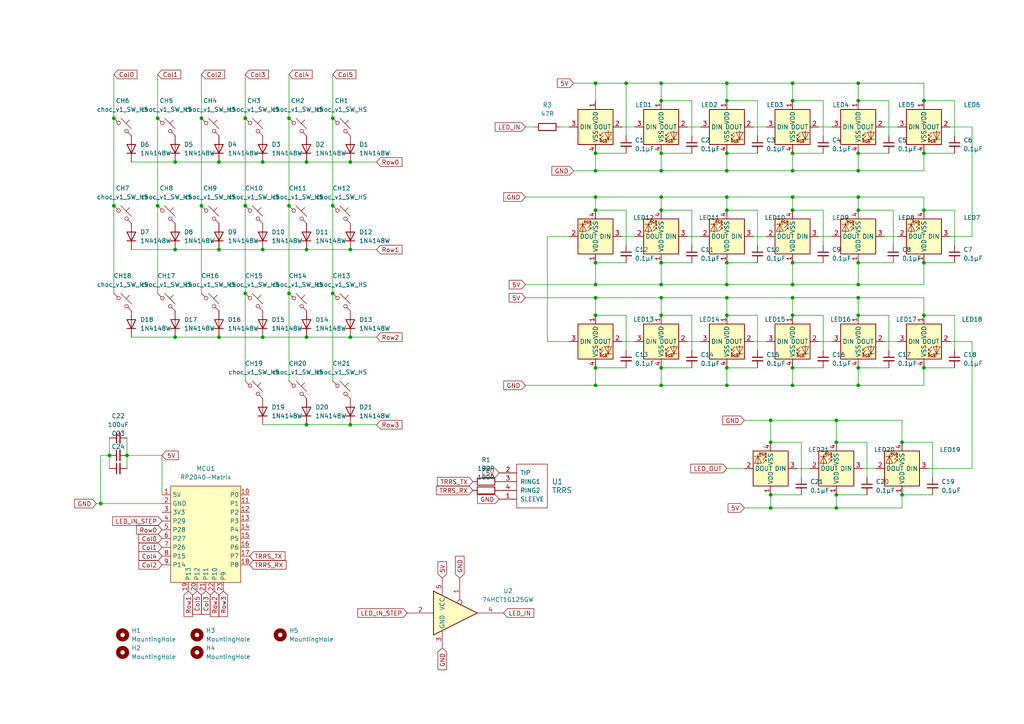
<source format=kicad_sch>
(kicad_sch (version 20250114) (generator "eeschema") (generator_version "9.0")
  (paper "A4")
  (junction (at 210.82 44.45))
  (junction (at 242.57 147.32))
  (junction (at 172.72 111.76))
  (junction (at 191.77 106.68))
  (junction (at 50.8 46.99))
  (junction (at 88.9 97.79))
  (junction (at 191.77 76.2))
  (junction (at 191.77 29.21))
  (junction (at 71.12 85.09))
  (junction (at 210.82 86.36))
  (junction (at 58.42 59.69))
  (junction (at 229.87 76.2))
  (junction (at 229.87 44.45))
  (junction (at 229.87 91.44))
  (junction (at 248.92 111.76))
  (junction (at 242.57 143.51))
  (junction (at 229.87 49.53))
  (junction (at 71.12 34.29))
  (junction (at 83.82 34.29))
  (junction (at 71.12 59.69))
  (junction (at 191.77 44.45))
  (junction (at 88.9 123.19))
  (junction (at 223.52 143.51))
  (junction (at 101.6 46.99))
  (junction (at 58.42 34.29))
  (junction (at 45.72 59.69))
  (junction (at 88.9 72.39))
  (junction (at 210.82 49.53))
  (junction (at 172.72 82.55))
  (junction (at 210.82 29.21))
  (junction (at 267.97 29.21))
  (junction (at 76.2 72.39))
  (junction (at 31.75 132.08))
  (junction (at 223.52 128.27))
  (junction (at 172.72 44.45))
  (junction (at 229.87 82.55))
  (junction (at 191.77 60.96))
  (junction (at 223.52 121.92))
  (junction (at 242.57 128.27))
  (junction (at 76.2 97.79))
  (junction (at 248.92 57.15))
  (junction (at 210.82 106.68))
  (junction (at 191.77 111.76))
  (junction (at 191.77 57.15))
  (junction (at 229.87 111.76))
  (junction (at 223.52 147.32))
  (junction (at 172.72 86.36))
  (junction (at 210.82 60.96))
  (junction (at 229.87 106.68))
  (junction (at 63.5 97.79))
  (junction (at 63.5 46.99))
  (junction (at 29.21 146.05))
  (junction (at 248.92 60.96))
  (junction (at 63.5 72.39))
  (junction (at 267.97 106.68))
  (junction (at 248.92 106.68))
  (junction (at 33.02 34.29))
  (junction (at 172.72 60.96))
  (junction (at 76.2 46.99))
  (junction (at 248.92 86.36))
  (junction (at 172.72 76.2))
  (junction (at 88.9 46.99))
  (junction (at 267.97 76.2))
  (junction (at 83.82 59.69))
  (junction (at 172.72 106.68))
  (junction (at 210.82 82.55))
  (junction (at 50.8 97.79))
  (junction (at 83.82 85.09))
  (junction (at 229.87 57.15))
  (junction (at 229.87 29.21))
  (junction (at 248.92 91.44))
  (junction (at 96.52 85.09))
  (junction (at 248.92 76.2))
  (junction (at 191.77 86.36))
  (junction (at 191.77 24.13))
  (junction (at 101.6 72.39))
  (junction (at 191.77 91.44))
  (junction (at 267.97 44.45))
  (junction (at 96.52 34.29))
  (junction (at 242.57 121.92))
  (junction (at 45.72 34.29))
  (junction (at 261.62 143.51))
  (junction (at 248.92 44.45))
  (junction (at 210.82 91.44))
  (junction (at 101.6 123.19))
  (junction (at 248.92 24.13))
  (junction (at 210.82 57.15))
  (junction (at 96.52 59.69))
  (junction (at 248.92 49.53))
  (junction (at 248.92 82.55))
  (junction (at 172.72 57.15))
  (junction (at 210.82 76.2))
  (junction (at 172.72 91.44))
  (junction (at 229.87 24.13))
  (junction (at 181.61 24.13))
  (junction (at 267.97 60.96))
  (junction (at 172.72 24.13))
  (junction (at 172.72 49.53))
  (junction (at 229.87 60.96))
  (junction (at 191.77 82.55))
  (junction (at 33.02 59.69))
  (junction (at 210.82 111.76))
  (junction (at 50.8 72.39))
  (junction (at 248.92 29.21))
  (junction (at 191.77 49.53))
  (junction (at 101.6 97.79))
  (junction (at 267.97 91.44))
  (junction (at 229.87 86.36))
  (junction (at 261.62 128.27))
  (junction (at 210.82 24.13))
  (junction (at 36.83 132.08))
  (wire (pts (xy 191.77 111.76) (xy 210.82 111.76)))
  (wire (pts (xy 248.92 49.53) (xy 267.97 49.53)))
  (wire (pts (xy 210.82 91.44) (xy 219.71 91.44)))
  (wire (pts (xy 191.77 60.96) (xy 200.66 60.96)))
  (wire (pts (xy 229.87 76.2) (xy 229.87 82.55)))
  (wire (pts (xy 191.77 49.53) (xy 210.82 49.53)))
  (wire (pts (xy 267.97 82.55) (xy 267.97 76.2)))
  (wire (pts (xy 181.61 24.13) (xy 181.61 39.37)))
  (wire (pts (xy 248.92 86.36) (xy 267.97 86.36)))
  (wire (pts (xy 210.82 24.13) (xy 210.82 29.21)))
  (wire (pts (xy 251.46 128.27) (xy 251.46 138.43)))
  (wire (pts (xy 248.92 76.2) (xy 248.92 82.55)))
  (wire (pts (xy 238.76 60.96) (xy 238.76 71.12)))
  (wire (pts (xy 250.19 135.89) (xy 254 135.89)))
  (wire (pts (xy 275.59 99.06) (xy 281.94 99.06)))
  (wire (pts (xy 181.61 91.44) (xy 181.61 101.6)))
  (wire (pts (xy 261.62 143.51) (xy 270.51 143.51)))
  (wire (pts (xy 210.82 76.2) (xy 210.82 82.55)))
  (wire (pts (xy 191.77 86.36) (xy 210.82 86.36)))
  (wire (pts (xy 218.44 99.06) (xy 222.25 99.06)))
  (wire (pts (xy 158.75 99.06) (xy 165.1 99.06)))
  (wire (pts (xy 276.86 91.44) (xy 276.86 101.6)))
  (wire (pts (xy 152.4 36.83) (xy 154.94 36.83)))
  (wire (pts (xy 172.72 24.13) (xy 181.61 24.13)))
  (wire (pts (xy 172.72 111.76) (xy 191.77 111.76)))
  (wire (pts (xy 191.77 91.44) (xy 200.66 91.44)))
  (wire (pts (xy 223.52 143.51) (xy 232.41 143.51)))
  (wire (pts (xy 242.57 121.92) (xy 242.57 128.27)))
  (wire (pts (xy 33.02 34.29) (xy 33.02 59.69)))
  (wire (pts (xy 275.59 36.83) (xy 281.94 36.83)))
  (wire (pts (xy 45.72 21.59) (xy 45.72 34.29)))
  (wire (pts (xy 180.34 36.83) (xy 184.15 36.83)))
  (wire (pts (xy 83.82 59.69) (xy 83.82 85.09)))
  (wire (pts (xy 58.42 21.59) (xy 58.42 34.29)))
  (wire (pts (xy 172.72 106.68) (xy 172.72 111.76)))
  (wire (pts (xy 83.82 34.29) (xy 83.82 59.69)))
  (wire (pts (xy 166.37 49.53) (xy 172.72 49.53)))
  (wire (pts (xy 248.92 24.13) (xy 267.97 24.13)))
  (wire (pts (xy 29.21 146.05) (xy 46.99 146.05)))
  (wire (pts (xy 46.99 143.51) (xy 46.99 132.08)))
  (wire (pts (xy 248.92 60.96) (xy 259.08 60.96)))
  (wire (pts (xy 229.87 106.68) (xy 229.87 111.76)))
  (wire (pts (xy 248.92 57.15) (xy 248.92 60.96)))
  (wire (pts (xy 172.72 91.44) (xy 181.61 91.44)))
  (wire (pts (xy 33.02 59.69) (xy 33.02 85.09)))
  (wire (pts (xy 276.86 29.21) (xy 276.86 39.37)))
  (wire (pts (xy 267.97 44.45) (xy 267.97 49.53)))
  (wire (pts (xy 63.5 46.99) (xy 76.2 46.99)))
  (wire (pts (xy 270.51 128.27) (xy 270.51 138.43)))
  (wire (pts (xy 256.54 68.58) (xy 260.35 68.58)))
  (wire (pts (xy 237.49 36.83) (xy 241.3 36.83)))
  (wire (pts (xy 223.52 121.92) (xy 242.57 121.92)))
  (wire (pts (xy 71.12 59.69) (xy 71.12 85.09)))
  (wire (pts (xy 191.77 57.15) (xy 210.82 57.15)))
  (wire (pts (xy 256.54 36.83) (xy 260.35 36.83)))
  (wire (pts (xy 31.75 127) (xy 31.75 132.08)))
  (wire (pts (xy 180.34 68.58) (xy 184.15 68.58)))
  (wire (pts (xy 172.72 76.2) (xy 181.61 76.2)))
  (wire (pts (xy 281.94 68.58) (xy 275.59 68.58)))
  (wire (pts (xy 199.39 68.58) (xy 203.2 68.58)))
  (wire (pts (xy 267.97 60.96) (xy 276.86 60.96)))
  (wire (pts (xy 269.24 135.89) (xy 281.94 135.89)))
  (wire (pts (xy 76.2 97.79) (xy 88.9 97.79)))
  (wire (pts (xy 229.87 29.21) (xy 229.87 24.13)))
  (wire (pts (xy 50.8 72.39) (xy 63.5 72.39)))
  (wire (pts (xy 242.57 143.51) (xy 242.57 147.32)))
  (wire (pts (xy 101.6 72.39) (xy 109.22 72.39)))
  (wire (pts (xy 166.37 24.13) (xy 172.72 24.13)))
  (wire (pts (xy 76.2 123.19) (xy 88.9 123.19)))
  (wire (pts (xy 191.77 86.36) (xy 191.77 91.44)))
  (wire (pts (xy 88.9 123.19) (xy 101.6 123.19)))
  (wire (pts (xy 200.66 29.21) (xy 200.66 39.37)))
  (wire (pts (xy 248.92 82.55) (xy 267.97 82.55)))
  (wire (pts (xy 219.71 29.21) (xy 219.71 39.37)))
  (wire (pts (xy 172.72 24.13) (xy 172.72 29.21)))
  (wire (pts (xy 58.42 59.69) (xy 58.42 85.09)))
  (wire (pts (xy 172.72 106.68) (xy 181.61 106.68)))
  (wire (pts (xy 223.52 147.32) (xy 242.57 147.32)))
  (wire (pts (xy 38.1 72.39) (xy 50.8 72.39)))
  (wire (pts (xy 172.72 57.15) (xy 172.72 60.96)))
  (wire (pts (xy 162.56 36.83) (xy 165.1 36.83)))
  (wire (pts (xy 172.72 86.36) (xy 191.77 86.36)))
  (wire (pts (xy 88.9 46.99) (xy 101.6 46.99)))
  (wire (pts (xy 96.52 21.59) (xy 96.52 34.29)))
  (wire (pts (xy 229.87 111.76) (xy 248.92 111.76)))
  (wire (pts (xy 257.81 91.44) (xy 257.81 101.6)))
  (wire (pts (xy 238.76 29.21) (xy 238.76 39.37)))
  (wire (pts (xy 63.5 97.79) (xy 76.2 97.79)))
  (wire (pts (xy 71.12 85.09) (xy 71.12 110.49)))
  (wire (pts (xy 165.1 68.58) (xy 158.75 68.58)))
  (wire (pts (xy 76.2 46.99) (xy 88.9 46.99)))
  (wire (pts (xy 96.52 34.29) (xy 96.52 59.69)))
  (wire (pts (xy 223.52 128.27) (xy 232.41 128.27)))
  (wire (pts (xy 88.9 72.39) (xy 101.6 72.39)))
  (wire (pts (xy 229.87 57.15) (xy 248.92 57.15)))
  (wire (pts (xy 36.83 132.08) (xy 46.99 132.08)))
  (wire (pts (xy 96.52 59.69) (xy 96.52 85.09)))
  (wire (pts (xy 181.61 24.13) (xy 191.77 24.13)))
  (wire (pts (xy 229.87 82.55) (xy 248.92 82.55)))
  (wire (pts (xy 191.77 106.68) (xy 191.77 111.76)))
  (wire (pts (xy 229.87 29.21) (xy 238.76 29.21)))
  (wire (pts (xy 248.92 29.21) (xy 257.81 29.21)))
  (wire (pts (xy 281.94 36.83) (xy 281.94 68.58)))
  (wire (pts (xy 210.82 44.45) (xy 219.71 44.45)))
  (wire (pts (xy 210.82 57.15) (xy 229.87 57.15)))
  (wire (pts (xy 267.97 106.68) (xy 267.97 111.76)))
  (wire (pts (xy 172.72 76.2) (xy 172.72 82.55)))
  (wire (pts (xy 267.97 44.45) (xy 276.86 44.45)))
  (wire (pts (xy 218.44 68.58) (xy 222.25 68.58)))
  (wire (pts (xy 219.71 91.44) (xy 219.71 101.6)))
  (wire (pts (xy 199.39 36.83) (xy 203.2 36.83)))
  (wire (pts (xy 71.12 21.59) (xy 71.12 34.29)))
  (wire (pts (xy 50.8 97.79) (xy 63.5 97.79)))
  (wire (pts (xy 210.82 24.13) (xy 229.87 24.13)))
  (wire (pts (xy 191.77 82.55) (xy 210.82 82.55)))
  (wire (pts (xy 50.8 46.99) (xy 63.5 46.99)))
  (wire (pts (xy 248.92 76.2) (xy 259.08 76.2)))
  (wire (pts (xy 210.82 135.89) (xy 215.9 135.89)))
  (wire (pts (xy 248.92 57.15) (xy 267.97 57.15)))
  (wire (pts (xy 219.71 60.96) (xy 219.71 71.12)))
  (wire (pts (xy 152.4 82.55) (xy 172.72 82.55)))
  (wire (pts (xy 229.87 60.96) (xy 238.76 60.96)))
  (wire (pts (xy 248.92 111.76) (xy 267.97 111.76)))
  (wire (pts (xy 210.82 111.76) (xy 229.87 111.76)))
  (wire (pts (xy 210.82 86.36) (xy 229.87 86.36)))
  (wire (pts (xy 172.72 49.53) (xy 191.77 49.53)))
  (wire (pts (xy 88.9 97.79) (xy 101.6 97.79)))
  (wire (pts (xy 218.44 36.83) (xy 222.25 36.83)))
  (wire (pts (xy 229.87 86.36) (xy 248.92 86.36)))
  (wire (pts (xy 191.77 57.15) (xy 191.77 60.96)))
  (wire (pts (xy 242.57 121.92) (xy 261.62 121.92)))
  (wire (pts (xy 158.75 68.58) (xy 158.75 99.06)))
  (wire (pts (xy 267.97 86.36) (xy 267.97 91.44)))
  (wire (pts (xy 191.77 76.2) (xy 191.77 82.55)))
  (wire (pts (xy 210.82 82.55) (xy 229.87 82.55)))
  (wire (pts (xy 261.62 128.27) (xy 270.51 128.27)))
  (wire (pts (xy 152.4 111.76) (xy 172.72 111.76)))
  (wire (pts (xy 229.87 49.53) (xy 248.92 49.53)))
  (wire (pts (xy 231.14 135.89) (xy 234.95 135.89)))
  (wire (pts (xy 181.61 60.96) (xy 181.61 71.12)))
  (wire (pts (xy 210.82 44.45) (xy 210.82 49.53)))
  (wire (pts (xy 248.92 24.13) (xy 248.92 29.21)))
  (wire (pts (xy 215.9 147.32) (xy 223.52 147.32)))
  (wire (pts (xy 36.83 127) (xy 36.83 132.08)))
  (wire (pts (xy 31.75 132.08) (xy 29.21 132.08)))
  (wire (pts (xy 232.41 128.27) (xy 232.41 138.43)))
  (wire (pts (xy 200.66 60.96) (xy 200.66 71.12)))
  (wire (pts (xy 267.97 29.21) (xy 276.86 29.21)))
  (wire (pts (xy 191.77 24.13) (xy 191.77 29.21)))
  (wire (pts (xy 191.77 44.45) (xy 200.66 44.45)))
  (wire (pts (xy 248.92 44.45) (xy 257.81 44.45)))
  (wire (pts (xy 45.72 34.29) (xy 45.72 59.69)))
  (wire (pts (xy 229.87 76.2) (xy 238.76 76.2)))
  (wire (pts (xy 248.92 106.68) (xy 257.81 106.68)))
  (wire (pts (xy 191.77 24.13) (xy 210.82 24.13)))
  (wire (pts (xy 33.02 21.59) (xy 33.02 34.29)))
  (wire (pts (xy 242.57 147.32) (xy 261.62 147.32)))
  (wire (pts (xy 172.72 86.36) (xy 172.72 91.44)))
  (wire (pts (xy 248.92 44.45) (xy 248.92 49.53)))
  (wire (pts (xy 101.6 123.19) (xy 109.22 123.19)))
  (wire (pts (xy 223.52 121.92) (xy 223.52 128.27)))
  (wire (pts (xy 76.2 72.39) (xy 88.9 72.39)))
  (wire (pts (xy 248.92 91.44) (xy 257.81 91.44)))
  (wire (pts (xy 229.87 86.36) (xy 229.87 91.44)))
  (wire (pts (xy 38.1 46.99) (xy 50.8 46.99)))
  (wire (pts (xy 27.94 146.05) (xy 29.21 146.05)))
  (wire (pts (xy 191.77 106.68) (xy 200.66 106.68)))
  (wire (pts (xy 83.82 85.09) (xy 83.82 110.49)))
  (wire (pts (xy 215.9 121.92) (xy 223.52 121.92)))
  (wire (pts (xy 248.92 86.36) (xy 248.92 91.44)))
  (wire (pts (xy 267.97 76.2) (xy 276.86 76.2)))
  (wire (pts (xy 172.72 44.45) (xy 181.61 44.45)))
  (wire (pts (xy 63.5 72.39) (xy 76.2 72.39)))
  (wire (pts (xy 229.87 24.13) (xy 248.92 24.13)))
  (wire (pts (xy 229.87 44.45) (xy 229.87 49.53)))
  (wire (pts (xy 229.87 57.15) (xy 229.87 60.96)))
  (wire (pts (xy 242.57 128.27) (xy 251.46 128.27)))
  (wire (pts (xy 191.77 76.2) (xy 200.66 76.2)))
  (wire (pts (xy 229.87 91.44) (xy 238.76 91.44)))
  (wire (pts (xy 191.77 29.21) (xy 200.66 29.21)))
  (wire (pts (xy 267.97 106.68) (xy 276.86 106.68)))
  (wire (pts (xy 267.97 91.44) (xy 276.86 91.44)))
  (wire (pts (xy 210.82 76.2) (xy 219.71 76.2)))
  (wire (pts (xy 210.82 60.96) (xy 219.71 60.96)))
  (wire (pts (xy 210.82 106.68) (xy 219.71 106.68)))
  (wire (pts (xy 71.12 34.29) (xy 71.12 59.69)))
  (wire (pts (xy 172.72 57.15) (xy 191.77 57.15)))
  (wire (pts (xy 223.52 143.51) (xy 223.52 147.32)))
  (wire (pts (xy 199.39 99.06) (xy 203.2 99.06)))
  (wire (pts (xy 36.83 132.08) (xy 36.83 135.89)))
  (wire (pts (xy 38.1 97.79) (xy 50.8 97.79)))
  (wire (pts (xy 200.66 91.44) (xy 200.66 101.6)))
  (wire (pts (xy 152.4 86.36) (xy 172.72 86.36)))
  (wire (pts (xy 45.72 59.69) (xy 45.72 85.09)))
  (wire (pts (xy 238.76 91.44) (xy 238.76 101.6)))
  (wire (pts (xy 257.81 29.21) (xy 257.81 39.37)))
  (wire (pts (xy 180.34 99.06) (xy 184.15 99.06)))
  (wire (pts (xy 210.82 49.53) (xy 229.87 49.53)))
  (wire (pts (xy 96.52 85.09) (xy 96.52 110.49)))
  (wire (pts (xy 276.86 60.96) (xy 276.86 71.12)))
  (wire (pts (xy 259.08 60.96) (xy 259.08 71.12)))
  (wire (pts (xy 210.82 57.15) (xy 210.82 60.96)))
  (wire (pts (xy 31.75 132.08) (xy 31.75 135.89)))
  (wire (pts (xy 101.6 46.99) (xy 109.22 46.99)))
  (wire (pts (xy 172.72 44.45) (xy 172.72 49.53)))
  (wire (pts (xy 172.72 82.55) (xy 191.77 82.55)))
  (wire (pts (xy 281.94 99.06) (xy 281.94 135.89)))
  (wire (pts (xy 152.4 57.15) (xy 172.72 57.15)))
  (wire (pts (xy 237.49 99.06) (xy 241.3 99.06)))
  (wire (pts (xy 248.92 106.68) (xy 248.92 111.76)))
  (wire (pts (xy 101.6 97.79) (xy 109.22 97.79)))
  (wire (pts (xy 83.82 21.59) (xy 83.82 34.29)))
  (wire (pts (xy 261.62 147.32) (xy 261.62 143.51)))
  (wire (pts (xy 191.77 44.45) (xy 191.77 49.53)))
  (wire (pts (xy 242.57 143.51) (xy 251.46 143.51)))
  (wire (pts (xy 210.82 86.36) (xy 210.82 91.44)))
  (wire (pts (xy 256.54 99.06) (xy 260.35 99.06)))
  (wire (pts (xy 237.49 68.58) (xy 241.3 68.58)))
  (wire (pts (xy 229.87 44.45) (xy 238.76 44.45)))
  (wire (pts (xy 58.42 34.29) (xy 58.42 59.69)))
  (wire (pts (xy 267.97 24.13) (xy 267.97 29.21)))
  (wire (pts (xy 267.97 57.15) (xy 267.97 60.96)))
  (wire (pts (xy 261.62 121.92) (xy 261.62 128.27)))
  (wire (pts (xy 210.82 29.21) (xy 219.71 29.21)))
  (wire (pts (xy 172.72 60.96) (xy 181.61 60.96)))
  (wire (pts (xy 210.82 106.68) (xy 210.82 111.76)))
  (wire (pts (xy 229.87 106.68) (xy 238.76 106.68)))
  (wire (pts (xy 29.21 132.08) (xy 29.21 146.05)))
  (global_label "TRRS_RX" (shape input) (at 137.16 142.24 180) (property "Intersheetrefs" "${INTERSHEET_REFS}" (effects (hide yes))))
  (global_label "Col2" (shape input) (at 46.99 163.83 180) (property "Intersheetrefs" "${INTERSHEET_REFS}" (effects (hide yes))))
  (global_label "TRRS_TX" (shape input) (at 72.39 161.29 0) (property "Intersheetrefs" "${INTERSHEET_REFS}" (effects (hide yes))))
  (global_label "Col5" (shape input) (at 57.15 171.45 270) (property "Intersheetrefs" "${INTERSHEET_REFS}" (effects (hide yes))))
  (global_label "GND" (shape input) (at 152.4 111.76 180) (property "Intersheetrefs" "${INTERSHEET_REFS}" (effects (hide yes))))
  (global_label "Row2" (shape input) (at 62.23 171.45 270) (property "Intersheetrefs" "${INTERSHEET_REFS}" (effects (hide yes))))
  (global_label "Row2" (shape input) (at 109.22 97.79 0) (property "Intersheetrefs" "${INTERSHEET_REFS}" (effects (hide yes))))
  (global_label "GND" (shape input) (at 128.27 187.96 270) (property "Intersheetrefs" "${INTERSHEET_REFS}" (effects (hide yes))))
  (global_label "GND" (shape input) (at 133.35 167.64 90) (property "Intersheetrefs" "${INTERSHEET_REFS}" (effects (hide yes))))
  (global_label "Row3" (shape input) (at 109.22 123.19 0) (property "Intersheetrefs" "${INTERSHEET_REFS}" (effects (hide yes))))
  (global_label "GND" (shape input) (at 152.4 57.15 180) (property "Intersheetrefs" "${INTERSHEET_REFS}" (effects (hide yes))))
  (global_label "5V" (shape input) (at 46.99 132.08 0) (property "Intersheetrefs" "${INTERSHEET_REFS}" (effects (hide yes))))
  (global_label "LED_IN" (shape input) (at 152.4 36.83 180) (property "Intersheetrefs" "${INTERSHEET_REFS}" (effects (hide yes))))
  (global_label "LED_IN_STEP" (shape input) (at 118.11 177.8 180) (property "Intersheetrefs" "${INTERSHEET_REFS}" (effects (hide yes))))
  (global_label "Col4" (shape input) (at 83.82 21.59 0) (property "Intersheetrefs" "${INTERSHEET_REFS}" (effects (hide yes))))
  (global_label "5V" (shape input) (at 144.78 137.16 180) (property "Intersheetrefs" "${INTERSHEET_REFS}" (effects (hide yes))))
  (global_label "Col1" (shape input) (at 45.72 21.59 0) (property "Intersheetrefs" "${INTERSHEET_REFS}" (effects (hide yes))))
  (global_label "TRRS_RX" (shape input) (at 72.39 163.83 0) (property "Intersheetrefs" "${INTERSHEET_REFS}" (effects (hide yes))))
  (global_label "Row1" (shape input) (at 54.61 171.45 270) (property "Intersheetrefs" "${INTERSHEET_REFS}" (effects (hide yes))))
  (global_label "Row3" (shape input) (at 64.77 171.45 270) (property "Intersheetrefs" "${INTERSHEET_REFS}" (effects (hide yes))))
  (global_label "TRRS_TX" (shape input) (at 137.16 139.7 180) (property "Intersheetrefs" "${INTERSHEET_REFS}" (effects (hide yes))))
  (global_label "GND" (shape input) (at 27.94 146.05 180) (property "Intersheetrefs" "${INTERSHEET_REFS}" (effects (hide yes))))
  (global_label "Col1" (shape input) (at 46.99 158.75 180) (property "Intersheetrefs" "${INTERSHEET_REFS}" (effects (hide yes))))
  (global_label "5V" (shape input) (at 152.4 86.36 180) (property "Intersheetrefs" "${INTERSHEET_REFS}" (effects (hide yes))))
  (global_label "Row0" (shape input) (at 109.22 46.99 0) (property "Intersheetrefs" "${INTERSHEET_REFS}" (effects (hide yes))))
  (global_label "Col5" (shape input) (at 96.52 21.59 0) (property "Intersheetrefs" "${INTERSHEET_REFS}" (effects (hide yes))))
  (global_label "GND" (shape input) (at 166.37 49.53 180) (property "Intersheetrefs" "${INTERSHEET_REFS}" (effects (hide yes))))
  (global_label "LED_OUT" (shape input) (at 210.82 135.89 180) (property "Intersheetrefs" "${INTERSHEET_REFS}" (effects (hide yes))))
  (global_label "5V" (shape input) (at 152.4 82.55 180) (property "Intersheetrefs" "${INTERSHEET_REFS}" (effects (hide yes))))
  (global_label "5V" (shape input) (at 215.9 147.32 180) (property "Intersheetrefs" "${INTERSHEET_REFS}" (effects (hide yes))))
  (global_label "Row0" (shape input) (at 46.99 153.67 180) (property "Intersheetrefs" "${INTERSHEET_REFS}" (effects (hide yes))))
  (global_label "Col2" (shape input) (at 58.42 21.59 0) (property "Intersheetrefs" "${INTERSHEET_REFS}" (effects (hide yes))))
  (global_label "LED_IN" (shape input) (at 146.05 177.8 0) (property "Intersheetrefs" "${INTERSHEET_REFS}" (effects (hide yes))))
  (global_label "Col3" (shape input) (at 59.69 171.45 270) (property "Intersheetrefs" "${INTERSHEET_REFS}" (effects (hide yes))))
  (global_label "5V" (shape input) (at 128.27 167.64 90) (property "Intersheetrefs" "${INTERSHEET_REFS}" (effects (hide yes))))
  (global_label "Col0" (shape input) (at 46.99 156.21 180) (property "Intersheetrefs" "${INTERSHEET_REFS}" (effects (hide yes))))
  (global_label "Col0" (shape input) (at 33.02 21.59 0) (property "Intersheetrefs" "${INTERSHEET_REFS}" (effects (hide yes))))
  (global_label "LED_IN_STEP" (shape input) (at 46.99 151.13 180) (property "Intersheetrefs" "${INTERSHEET_REFS}" (effects (hide yes))))
  (global_label "GND" (shape input) (at 144.78 144.78 180) (property "Intersheetrefs" "${INTERSHEET_REFS}" (effects (hide yes))))
  (global_label "Col4" (shape input) (at 46.99 161.29 180) (property "Intersheetrefs" "${INTERSHEET_REFS}" (effects (hide yes))))
  (global_label "GND" (shape input) (at 215.9 121.92 180) (property "Intersheetrefs" "${INTERSHEET_REFS}" (effects (hide yes))))
  (global_label "Row1" (shape input) (at 109.22 72.39 0) (property "Intersheetrefs" "${INTERSHEET_REFS}" (effects (hide yes))))
  (global_label "Col3" (shape input) (at 71.12 21.59 0) (property "Intersheetrefs" "${INTERSHEET_REFS}" (effects (hide yes))))
  (global_label "5V" (shape input) (at 166.37 24.13 180) (property "Intersheetrefs" "${INTERSHEET_REFS}" (effects (hide yes))))
  (symbol (lib_id "Diode:1N4148W") (at 88.9 68.58 90) (unit 1)
    (property "Reference" "D11" (at 91.44 67.3099 90) (effects (justify right)))
    (property "Value" "1N4148W" (at 91.44 69.8499 90) (effects (justify right)))
    (property "Footprint" "Diode_SMD:D_SOD-123" (effects (hide yes)))
    (property "Datasheet" "https://www.vishay.com/docs/85748/1n4148w.pdf" (effects (hide yes)))
    (property "Description" "75V 0.15A Fast Switching Diode, SOD-123" (effects (hide yes)))
    (property "Sim.Device" "D" (effects (hide yes)))
    (property "Sim.Pins" "1=K 2=A" (effects (hide yes)))
  )
  (symbol (lib_id "PCM_marbastlib-choc:choc_v1_SW_HS_CPG135001S30") (at 86.36 36.83 0) (unit 1)
    (property "Reference" "CH2" (at 86.36 29.21 0))
    (property "Value" "choc_v1_SW_HS" (at 86.36 31.75 0))
    (property "Footprint" "PCM_marbastlib-choc:SW_choc_v1_HS_CPG135001S30_1u" (effects (hide yes)))
    (property "Description" "Push button switch, normally open, two pins, 45° tilted" (effects (hide yes)))
  )
  (symbol (lib_id "Mechanical:MountingHole") (at 81.28 184.15 0) (unit 1) (in_bom no)
    (property "Reference" "H5" (at 83.82 182.8799 0) (effects (justify left)))
    (property "Value" "MountingHole" (at 83.82 185.4199 0) (effects (justify left)))
    (property "Footprint" "MountingHole:MountingHole_2.2mm_M2" (effects (hide yes)))
    (property "Description" "Mounting Hole without connection" (effects (hide yes)))
  )
  (symbol (lib_id "PCM_marbastlib-choc:choc_v1_SW_HS_CPG135001S30") (at 86.36 87.63 0) (unit 1)
    (property "Reference" "CH14" (at 86.36 80.01 0))
    (property "Value" "choc_v1_SW_HS" (at 86.36 82.55 0))
    (property "Footprint" "PCM_marbastlib-choc:SW_choc_v1_HS_CPG135001S30_1u" (effects (hide yes)))
    (property "Description" "Push button switch, normally open, two pins, 45° tilted" (effects (hide yes)))
  )
  (symbol (lib_id "PCM_marbastlib-various:SK6812MINI-E") (at 172.72 36.83 0) (unit 1)
    (property "Reference" "LED1" (at 186.69 30.4098 0))
    (property "Value" "SK6812MINI-E" (effects (hide yes)))
    (property "Footprint" "PCM_marbastlib-various:LED_6028R" (effects (hide yes)))
    (property "Description" "Reverse mount adressable LED (WS2812 protocol)" (effects (hide yes)))
  )
  (symbol (lib_id "Diode:1N4148W") (at 101.6 68.58 90) (unit 1)
    (property "Reference" "D12" (at 104.14 67.3099 90) (effects (justify right)))
    (property "Value" "1N4148W" (at 104.14 69.8499 90) (effects (justify right)))
    (property "Footprint" "Diode_SMD:D_SOD-123" (effects (hide yes)))
    (property "Datasheet" "https://www.vishay.com/docs/85748/1n4148w.pdf" (effects (hide yes)))
    (property "Description" "75V 0.15A Fast Switching Diode, SOD-123" (effects (hide yes)))
    (property "Sim.Device" "D" (effects (hide yes)))
    (property "Sim.Pins" "1=K 2=A" (effects (hide yes)))
  )
  (symbol (lib_id "Device:C_Small") (at 257.81 41.91 0) (unit 1)
    (property "Reference" "C5" (at 260.35 40.6462 0) (effects (justify left)))
    (property "Value" "0.1µF" (at 260.35 43.1862 0) (effects (justify left)))
    (property "Footprint" "Capacitor_SMD:C_1206_3216Metric" (effects (hide yes)))
    (property "Description" "Unpolarized capacitor, small symbol" (effects (hide yes)))
  )
  (symbol (lib_id "Device:C_Small") (at 276.86 73.66 0) (unit 1)
    (property "Reference" "C7" (at 279.4 72.3962 0) (effects (justify left)))
    (property "Value" "0.1µF" (at 279.4 74.9362 0) (effects (justify left)))
    (property "Footprint" "Capacitor_SMD:C_1206_3216Metric" (effects (hide yes)))
    (property "Description" "Unpolarized capacitor, small symbol" (effects (hide yes)))
  )
  (symbol (lib_id "PCM_marbastlib-choc:choc_v1_SW_HS_CPG135001S30") (at 73.66 87.63 0) (unit 1)
    (property "Reference" "CH15" (at 73.66 80.01 0))
    (property "Value" "choc_v1_SW_HS" (at 73.66 82.55 0))
    (property "Footprint" "PCM_marbastlib-choc:SW_choc_v1_HS_CPG135001S30_1u" (effects (hide yes)))
    (property "Description" "Push button switch, normally open, two pins, 45° tilted" (effects (hide yes)))
  )
  (symbol (lib_id "PCM_marbastlib-promicroish:RP2040-Matrix") (at 59.69 157.48 0) (unit 1) (in_bom no)
    (property "Reference" "MCU1" (at 59.69 135.89 0))
    (property "Value" "RP2040-Matrix" (at 59.69 138.43 0))
    (property "Footprint" "PCM_marbastlib-xp-promicroish:RP2040-Matrix_ACH" (effects (hide yes)))
    (property "Datasheet" "https://www.waveshare.com/rp2040-matrix.htm" (effects (hide yes)))
    (property "Description" "Symbol for a Waveshare RP2040-Matrix" (effects (hide yes)))
  )
  (symbol (lib_id "PCM_marbastlib-choc:choc_v1_SW_HS_CPG135001S30") (at 73.66 113.03 0) (unit 1)
    (property "Reference" "CH19" (at 73.66 105.41 0))
    (property "Value" "choc_v1_SW_HS" (at 73.66 107.95 0))
    (property "Footprint" "PCM_marbastlib-choc:SW_choc_v1_HS_CPG135001S30_1u" (effects (hide yes)))
    (property "Description" "Push button switch, normally open, two pins, 45° tilted" (effects (hide yes)))
  )
  (symbol (lib_id "Device:C_Small") (at 238.76 73.66 0) (unit 1)
    (property "Reference" "C9" (at 241.3 72.3962 0) (effects (justify left)))
    (property "Value" "0.1µF" (at 241.3 74.9362 0) (effects (justify left)))
    (property "Footprint" "Capacitor_SMD:C_1206_3216Metric" (effects (hide yes)))
    (property "Description" "Unpolarized capacitor, small symbol" (effects (hide yes)))
  )
  (symbol (lib_id "PCM_marbastlib-choc:choc_v1_SW_HS_CPG135001S30") (at 35.56 62.23 0) (unit 1)
    (property "Reference" "CH7" (at 35.56 54.61 0))
    (property "Value" "choc_v1_SW_HS" (at 35.56 57.15 0))
    (property "Footprint" "PCM_marbastlib-choc:SW_choc_v1_HS_CPG135001S30_1u" (effects (hide yes)))
    (property "Description" "Push button switch, normally open, two pins, 45° tilted" (effects (hide yes)))
  )
  (symbol (lib_id "Device:C_Small") (at 34.29 132.08 90) (unit 1)
    (property "Reference" "C23" (at 34.2963 125.73 90))
    (property "Value" "100uF" (effects (hide yes)))
    (property "Footprint" "Capacitor_SMD:C_1210_3225Metric_Pad1.33x2.70mm_HandSolder" (effects (hide yes)))
    (property "Description" "Unpolarized capacitor, small symbol" (effects (hide yes)))
  )
  (symbol (lib_id "PCM_marbastlib-various:SK6812MINI-E") (at 223.52 135.89 180) (unit 1)
    (property "Reference" "LED21" (at 237.49 130.4446 0))
    (property "Value" "SK6812MINI-E" (effects (hide yes)))
    (property "Footprint" "PCM_marbastlib-various:LED_6028R" (effects (hide yes)))
    (property "Description" "Reverse mount adressable LED (WS2812 protocol)" (effects (hide yes)))
  )
  (symbol (lib_id "PCM_marbastlib-various:SK6812MINI-E") (at 267.97 68.58 180) (unit 1)
    (property "Reference" "LED7" (at 281.94 63.1346 0))
    (property "Value" "SK6812MINI-E" (effects (hide yes)))
    (property "Footprint" "PCM_marbastlib-various:LED_6028R" (effects (hide yes)))
    (property "Description" "Reverse mount adressable LED (WS2812 protocol)" (effects (hide yes)))
  )
  (symbol (lib_id "PCM_marbastlib-various:SK6812MINI-E") (at 248.92 68.58 180) (unit 1)
    (property "Reference" "LED8" (at 262.89 63.1346 0))
    (property "Value" "SK6812MINI-E" (effects (hide yes)))
    (property "Footprint" "PCM_marbastlib-various:LED_6028R" (effects (hide yes)))
    (property "Description" "Reverse mount adressable LED (WS2812 protocol)" (effects (hide yes)))
  )
  (symbol (lib_id "Device:C_Small") (at 219.71 73.66 0) (unit 1)
    (property "Reference" "C10" (at 222.25 72.3962 0) (effects (justify left)))
    (property "Value" "0.1µF" (at 222.25 74.9362 0) (effects (justify left)))
    (property "Footprint" "Capacitor_SMD:C_1206_3216Metric" (effects (hide yes)))
    (property "Description" "Unpolarized capacitor, small symbol" (effects (hide yes)))
  )
  (symbol (lib_id "PCM_marbastlib-various:SK6812MINI-E") (at 191.77 99.06 0) (unit 1)
    (property "Reference" "LED14" (at 205.74 92.6398 0))
    (property "Value" "SK6812MINI-E" (effects (hide yes)))
    (property "Footprint" "PCM_marbastlib-various:LED_6028R" (effects (hide yes)))
    (property "Description" "Reverse mount adressable LED (WS2812 protocol)" (effects (hide yes)))
  )
  (symbol (lib_id "Diode:1N4148W") (at 88.9 93.98 90) (unit 1)
    (property "Reference" "D14" (at 91.44 92.7099 90) (effects (justify right)))
    (property "Value" "1N4148W" (at 91.44 95.2499 90) (effects (justify right)))
    (property "Footprint" "Diode_SMD:D_SOD-123" (effects (hide yes)))
    (property "Datasheet" "https://www.vishay.com/docs/85748/1n4148w.pdf" (effects (hide yes)))
    (property "Description" "75V 0.15A Fast Switching Diode, SOD-123" (effects (hide yes)))
    (property "Sim.Device" "D" (effects (hide yes)))
    (property "Sim.Pins" "1=K 2=A" (effects (hide yes)))
  )
  (symbol (lib_id "PCM_marbastlib-various:SK6812MINI-E") (at 229.87 99.06 0) (unit 1)
    (property "Reference" "LED16" (at 243.84 92.6398 0))
    (property "Value" "SK6812MINI-E" (effects (hide yes)))
    (property "Footprint" "PCM_marbastlib-various:LED_6028R" (effects (hide yes)))
    (property "Description" "Reverse mount adressable LED (WS2812 protocol)" (effects (hide yes)))
  )
  (symbol (lib_id "Diode:1N4148W") (at 88.9 119.38 90) (unit 1)
    (property "Reference" "D20" (at 91.44 118.1099 90) (effects (justify right)))
    (property "Value" "1N4148W" (at 91.44 120.6499 90) (effects (justify right)))
    (property "Footprint" "Diode_SMD:D_SOD-123" (effects (hide yes)))
    (property "Datasheet" "https://www.vishay.com/docs/85748/1n4148w.pdf" (effects (hide yes)))
    (property "Description" "75V 0.15A Fast Switching Diode, SOD-123" (effects (hide yes)))
    (property "Sim.Device" "D" (effects (hide yes)))
    (property "Sim.Pins" "1=K 2=A" (effects (hide yes)))
  )
  (symbol (lib_id "Device:R") (at 158.75 36.83 90) (unit 1)
    (property "Reference" "R3" (at 158.75 30.48 90))
    (property "Value" "47R" (at 158.75 33.02 90))
    (property "Footprint" "Resistor_SMD:R_1206_3216Metric_Pad1.30x1.75mm_HandSolder" (effects (hide yes)))
    (property "Description" "Resistor" (effects (hide yes)))
  )
  (symbol (lib_id "PCM_marbastlib-various:SK6812MINI-E") (at 248.92 99.06 0) (unit 1)
    (property "Reference" "LED17" (at 262.89 92.6398 0))
    (property "Value" "SK6812MINI-E" (effects (hide yes)))
    (property "Footprint" "PCM_marbastlib-various:LED_6028R" (effects (hide yes)))
    (property "Description" "Reverse mount adressable LED (WS2812 protocol)" (effects (hide yes)))
  )
  (symbol (lib_id "Diode:1N4148W") (at 101.6 93.98 90) (unit 1)
    (property "Reference" "D13" (at 104.14 92.7099 90) (effects (justify right)))
    (property "Value" "1N4148W" (at 104.14 95.2499 90) (effects (justify right)))
    (property "Footprint" "Diode_SMD:D_SOD-123" (effects (hide yes)))
    (property "Datasheet" "https://www.vishay.com/docs/85748/1n4148w.pdf" (effects (hide yes)))
    (property "Description" "75V 0.15A Fast Switching Diode, SOD-123" (effects (hide yes)))
    (property "Sim.Device" "D" (effects (hide yes)))
    (property "Sim.Pins" "1=K 2=A" (effects (hide yes)))
  )
  (symbol (lib_id "PCM_marbastlib-various:SK6812MINI-E") (at 248.92 36.83 0) (unit 1)
    (property "Reference" "LED5" (at 262.89 30.4098 0))
    (property "Value" "SK6812MINI-E" (effects (hide yes)))
    (property "Footprint" "PCM_marbastlib-various:LED_6028R" (effects (hide yes)))
    (property "Description" "Reverse mount adressable LED (WS2812 protocol)" (effects (hide yes)))
  )
  (symbol (lib_id "Device:C_Small") (at 257.81 104.14 0) (unit 1)
    (property "Reference" "C17" (at 260.35 102.8762 0) (effects (justify left)))
    (property "Value" "0.1µF" (at 260.35 105.4162 0) (effects (justify left)))
    (property "Footprint" "Capacitor_SMD:C_1206_3216Metric" (effects (hide yes)))
    (property "Description" "Unpolarized capacitor, small symbol" (effects (hide yes)))
  )
  (symbol (lib_id "Diode:1N4148W") (at 38.1 93.98 90) (unit 1)
    (property "Reference" "D18" (at 40.64 92.7099 90) (effects (justify right)))
    (property "Value" "1N4148W" (at 40.64 95.2499 90) (effects (justify right)))
    (property "Footprint" "Diode_SMD:D_SOD-123" (effects (hide yes)))
    (property "Datasheet" "https://www.vishay.com/docs/85748/1n4148w.pdf" (effects (hide yes)))
    (property "Description" "75V 0.15A Fast Switching Diode, SOD-123" (effects (hide yes)))
    (property "Sim.Device" "D" (effects (hide yes)))
    (property "Sim.Pins" "1=K 2=A" (effects (hide yes)))
  )
  (symbol (lib_id "Diode:1N4148W") (at 63.5 93.98 90) (unit 1)
    (property "Reference" "D16" (at 66.04 92.7099 90) (effects (justify right)))
    (property "Value" "1N4148W" (at 66.04 95.2499 90) (effects (justify right)))
    (property "Footprint" "Diode_SMD:D_SOD-123" (effects (hide yes)))
    (property "Datasheet" "https://www.vishay.com/docs/85748/1n4148w.pdf" (effects (hide yes)))
    (property "Description" "75V 0.15A Fast Switching Diode, SOD-123" (effects (hide yes)))
    (property "Sim.Device" "D" (effects (hide yes)))
    (property "Sim.Pins" "1=K 2=A" (effects (hide yes)))
  )
  (symbol (lib_id "Device:C_Small") (at 276.86 104.14 0) (unit 1)
    (property "Reference" "C18" (at 279.4 102.8762 0) (effects (justify left)))
    (property "Value" "0.1µF" (at 279.4 105.4162 0) (effects (justify left)))
    (property "Footprint" "Capacitor_SMD:C_1206_3216Metric" (effects (hide yes)))
    (property "Description" "Unpolarized capacitor, small symbol" (effects (hide yes)))
  )
  (symbol (lib_id "74xGxx:SN74LVC1G125DBV") (at 133.35 177.8 0) (unit 1)
    (property "Reference" "U2" (at 147.32 171.3798 0))
    (property "Value" "74HCT1G125GW" (at 147.32 173.9198 0))
    (property "Footprint" "Package_TO_SOT_SMD:SOT-23-5" (effects (hide yes)))
    (property "Datasheet" "http://www.ti.com/lit/ds/symlink/sn74lvc1g125.pdf" (effects (hide yes)))
    (property "Description" "Single Buffer Gate Tri-State, Low-Voltage CMOS, SOT-23-5" (effects (hide yes)))
  )
  (symbol (lib_id "Device:C_Small") (at 219.71 41.91 0) (unit 1)
    (property "Reference" "C3" (at 222.25 40.6462 0) (effects (justify left)))
    (property "Value" "0.1µF" (at 222.25 43.1862 0) (effects (justify left)))
    (property "Footprint" "Capacitor_SMD:C_1206_3216Metric" (effects (hide yes)))
    (property "Description" "Unpolarized capacitor, small symbol" (effects (hide yes)))
  )
  (symbol (lib_id "PCM_marbastlib-choc:choc_v1_SW_HS_CPG135001S30") (at 48.26 36.83 0) (unit 1)
    (property "Reference" "CH5" (at 48.26 29.21 0))
    (property "Value" "choc_v1_SW_HS" (at 48.26 31.75 0))
    (property "Footprint" "PCM_marbastlib-choc:SW_choc_v1_HS_CPG135001S30_1u" (effects (hide yes)))
    (property "Description" "Push button switch, normally open, two pins, 45° tilted" (effects (hide yes)))
  )
  (symbol (lib_id "Diode:1N4148W") (at 50.8 43.18 90) (unit 1)
    (property "Reference" "D5" (at 53.34 41.9099 90) (effects (justify right)))
    (property "Value" "1N4148W" (at 53.34 44.4499 90) (effects (justify right)))
    (property "Footprint" "Diode_SMD:D_SOD-123" (effects (hide yes)))
    (property "Datasheet" "https://www.vishay.com/docs/85748/1n4148w.pdf" (effects (hide yes)))
    (property "Description" "75V 0.15A Fast Switching Diode, SOD-123" (effects (hide yes)))
    (property "Sim.Device" "D" (effects (hide yes)))
    (property "Sim.Pins" "1=K 2=A" (effects (hide yes)))
  )
  (symbol (lib_id "PCM_marbastlib-various:SK6812MINI-E") (at 210.82 68.58 180) (unit 1)
    (property "Reference" "LED10" (at 224.79 63.1346 0))
    (property "Value" "SK6812MINI-E" (effects (hide yes)))
    (property "Footprint" "PCM_marbastlib-various:LED_6028R" (effects (hide yes)))
    (property "Description" "Reverse mount adressable LED (WS2812 protocol)" (effects (hide yes)))
  )
  (symbol (lib_id "PCM_marbastlib-various:SK6812MINI-E") (at 267.97 36.83 0) (unit 1)
    (property "Reference" "LED6" (at 281.94 30.4098 0))
    (property "Value" "SK6812MINI-E" (effects (hide yes)))
    (property "Footprint" "PCM_marbastlib-various:LED_6028R" (effects (hide yes)))
    (property "Description" "Reverse mount adressable LED (WS2812 protocol)" (effects (hide yes)))
  )
  (symbol (lib_id "Device:C_Small") (at 181.61 41.91 0) (unit 1)
    (property "Reference" "C1" (at 184.15 40.6462 0) (effects (justify left)))
    (property "Value" "0.1µF" (at 184.15 43.1862 0) (effects (justify left)))
    (property "Footprint" "Capacitor_SMD:C_1206_3216Metric" (effects (hide yes)))
    (property "Description" "Unpolarized capacitor, small symbol" (effects (hide yes)))
  )
  (symbol (lib_id "PCM_marbastlib-various:SK6812MINI-E") (at 172.72 99.06 0) (unit 1)
    (property "Reference" "LED13" (at 186.69 92.6398 0))
    (property "Value" "SK6812MINI-E" (effects (hide yes)))
    (property "Footprint" "PCM_marbastlib-various:LED_6028R" (effects (hide yes)))
    (property "Description" "Reverse mount adressable LED (WS2812 protocol)" (effects (hide yes)))
  )
  (symbol (lib_id "Diode:1N4148W") (at 76.2 68.58 90) (unit 1)
    (property "Reference" "D10" (at 78.74 67.3099 90) (effects (justify right)))
    (property "Value" "1N4148W" (at 78.74 69.8499 90) (effects (justify right)))
    (property "Footprint" "Diode_SMD:D_SOD-123" (effects (hide yes)))
    (property "Datasheet" "https://www.vishay.com/docs/85748/1n4148w.pdf" (effects (hide yes)))
    (property "Description" "75V 0.15A Fast Switching Diode, SOD-123" (effects (hide yes)))
    (property "Sim.Device" "D" (effects (hide yes)))
    (property "Sim.Pins" "1=K 2=A" (effects (hide yes)))
  )
  (symbol (lib_id "PCM_marbastlib-various:SK6812MINI-E") (at 242.57 135.89 180) (unit 1)
    (property "Reference" "LED20" (at 256.54 130.4446 0))
    (property "Value" "SK6812MINI-E" (effects (hide yes)))
    (property "Footprint" "PCM_marbastlib-various:LED_6028R" (effects (hide yes)))
    (property "Description" "Reverse mount adressable LED (WS2812 protocol)" (effects (hide yes)))
  )
  (symbol (lib_id "Mechanical:MountingHole") (at 35.56 189.23 0) (unit 1) (in_bom no)
    (property "Reference" "H2" (at 38.1 187.9599 0) (effects (justify left)))
    (property "Value" "MountingHole" (at 38.1 190.4999 0) (effects (justify left)))
    (property "Footprint" "MountingHole:MountingHole_2.2mm_M2" (effects (hide yes)))
    (property "Description" "Mounting Hole without connection" (effects (hide yes)))
  )
  (symbol (lib_id "Device:C_Small") (at 238.76 104.14 0) (unit 1)
    (property "Reference" "C16" (at 241.3 102.8762 0) (effects (justify left)))
    (property "Value" "0.1µF" (at 241.3 105.4162 0) (effects (justify left)))
    (property "Footprint" "Capacitor_SMD:C_1206_3216Metric" (effects (hide yes)))
    (property "Description" "Unpolarized capacitor, small symbol" (effects (hide yes)))
  )
  (symbol (lib_id "Diode:1N4148W") (at 76.2 93.98 90) (unit 1)
    (property "Reference" "D15" (at 78.74 92.7099 90) (effects (justify right)))
    (property "Value" "1N4148W" (at 78.74 95.2499 90) (effects (justify right)))
    (property "Footprint" "Diode_SMD:D_SOD-123" (effects (hide yes)))
    (property "Datasheet" "https://www.vishay.com/docs/85748/1n4148w.pdf" (effects (hide yes)))
    (property "Description" "75V 0.15A Fast Switching Diode, SOD-123" (effects (hide yes)))
    (property "Sim.Device" "D" (effects (hide yes)))
    (property "Sim.Pins" "1=K 2=A" (effects (hide yes)))
  )
  (symbol (lib_id "PCM_marbastlib-choc:choc_v1_SW_HS_CPG135001S30") (at 60.96 62.23 0) (unit 1)
    (property "Reference" "CH9" (at 60.96 54.61 0))
    (property "Value" "choc_v1_SW_HS" (at 60.96 57.15 0))
    (property "Footprint" "PCM_marbastlib-choc:SW_choc_v1_HS_CPG135001S30_1u" (effects (hide yes)))
    (property "Description" "Push button switch, normally open, two pins, 45° tilted" (effects (hide yes)))
  )
  (symbol (lib_id "Diode:1N4148W") (at 76.2 43.18 90) (unit 1)
    (property "Reference" "D3" (at 78.74 41.9099 90) (effects (justify right)))
    (property "Value" "1N4148W" (at 78.74 44.4499 90) (effects (justify right)))
    (property "Footprint" "Diode_SMD:D_SOD-123" (effects (hide yes)))
    (property "Datasheet" "https://www.vishay.com/docs/85748/1n4148w.pdf" (effects (hide yes)))
    (property "Description" "75V 0.15A Fast Switching Diode, SOD-123" (effects (hide yes)))
    (property "Sim.Device" "D" (effects (hide yes)))
    (property "Sim.Pins" "1=K 2=A" (effects (hide yes)))
  )
  (symbol (lib_id "Device:C_Small") (at 232.41 140.97 0) (unit 1)
    (property "Reference" "C21" (at 234.95 139.7062 0) (effects (justify left)))
    (property "Value" "0.1µF" (at 234.95 142.2462 0) (effects (justify left)))
    (property "Footprint" "Capacitor_SMD:C_1206_3216Metric" (effects (hide yes)))
    (property "Description" "Unpolarized capacitor, small symbol" (effects (hide yes)))
  )
  (symbol (lib_id "PCM_marbastlib-choc:choc_v1_SW_HS_CPG135001S30") (at 35.56 87.63 0) (unit 1)
    (property "Reference" "CH18" (at 35.56 80.01 0))
    (property "Value" "choc_v1_SW_HS" (at 35.56 82.55 0))
    (property "Footprint" "PCM_marbastlib-choc:SW_choc_v1_HS_CPG135001S30_1u" (effects (hide yes)))
    (property "Description" "Push button switch, normally open, two pins, 45° tilted" (effects (hide yes)))
  )
  (symbol (lib_id "Diode:1N4148W") (at 50.8 68.58 90) (unit 1)
    (property "Reference" "D8" (at 53.34 67.3099 90) (effects (justify right)))
    (property "Value" "1N4148W" (at 53.34 69.8499 90) (effects (justify right)))
    (property "Footprint" "Diode_SMD:D_SOD-123" (effects (hide yes)))
    (property "Datasheet" "https://www.vishay.com/docs/85748/1n4148w.pdf" (effects (hide yes)))
    (property "Description" "75V 0.15A Fast Switching Diode, SOD-123" (effects (hide yes)))
    (property "Sim.Device" "D" (effects (hide yes)))
    (property "Sim.Pins" "1=K 2=A" (effects (hide yes)))
  )
  (symbol (lib_id "Device:C_Small") (at 219.71 104.14 0) (unit 1)
    (property "Reference" "C15" (at 222.25 102.8762 0) (effects (justify left)))
    (property "Value" "0.1µF" (at 222.25 105.4162 0) (effects (justify left)))
    (property "Footprint" "Capacitor_SMD:C_1206_3216Metric" (effects (hide yes)))
    (property "Description" "Unpolarized capacitor, small symbol" (effects (hide yes)))
  )
  (symbol (lib_id "ScottoKeebs:Placeholder_TRRS") (at 153.67 147.32 0) (unit 1)
    (property "Reference" "U1" (at 160.02 139.6999 0) (effects (font (size 1.524 1.524)) (justify left)))
    (property "Value" "TRRS" (at 160.02 142.2399 0) (effects (font (size 1.524 1.524)) (justify left)))
    (property "Footprint" "ScottoKeebs_Components:TRRS_PJ-320A" (effects (hide yes)))
  )
  (symbol (lib_id "PCM_marbastlib-choc:choc_v1_SW_HS_CPG135001S30") (at 99.06 113.03 0) (unit 1)
    (property "Reference" "CH21" (at 99.06 105.41 0))
    (property "Value" "choc_v1_SW_HS" (at 99.06 107.95 0))
    (property "Footprint" "PCM_marbastlib-choc:SW_choc_v1_HS_CPG135001S30_1.5u" (effects (hide yes)))
    (property "Description" "Push button switch, normally open, two pins, 45° tilted" (effects (hide yes)))
  )
  (symbol (lib_id "Diode:1N4148W") (at 101.6 43.18 90) (unit 1)
    (property "Reference" "D1" (at 104.14 41.9099 90) (effects (justify right)))
    (property "Value" "1N4148W" (at 104.14 44.4499 90) (effects (justify right)))
    (property "Footprint" "Diode_SMD:D_SOD-123" (effects (hide yes)))
    (property "Datasheet" "https://www.vishay.com/docs/85748/1n4148w.pdf" (effects (hide yes)))
    (property "Description" "75V 0.15A Fast Switching Diode, SOD-123" (effects (hide yes)))
    (property "Sim.Device" "D" (effects (hide yes)))
    (property "Sim.Pins" "1=K 2=A" (effects (hide yes)))
  )
  (symbol (lib_id "Device:C_Small") (at 200.66 41.91 0) (unit 1)
    (property "Reference" "C2" (at 203.2 40.6462 0) (effects (justify left)))
    (property "Value" "0.1µF" (at 203.2 43.1862 0) (effects (justify left)))
    (property "Footprint" "Capacitor_SMD:C_1206_3216Metric" (effects (hide yes)))
    (property "Description" "Unpolarized capacitor, small symbol" (effects (hide yes)))
  )
  (symbol (lib_id "PCM_marbastlib-choc:choc_v1_SW_HS_CPG135001S30") (at 48.26 87.63 0) (unit 1)
    (property "Reference" "CH17" (at 48.26 80.01 0))
    (property "Value" "choc_v1_SW_HS" (at 48.26 82.55 0))
    (property "Footprint" "PCM_marbastlib-choc:SW_choc_v1_HS_CPG135001S30_1u" (effects (hide yes)))
    (property "Description" "Push button switch, normally open, two pins, 45° tilted" (effects (hide yes)))
  )
  (symbol (lib_id "PCM_marbastlib-various:SK6812MINI-E") (at 191.77 68.58 180) (unit 1)
    (property "Reference" "LED11" (at 205.74 63.1346 0))
    (property "Value" "SK6812MINI-E" (effects (hide yes)))
    (property "Footprint" "PCM_marbastlib-various:LED_6028R" (effects (hide yes)))
    (property "Description" "Reverse mount adressable LED (WS2812 protocol)" (effects (hide yes)))
  )
  (symbol (lib_id "PCM_marbastlib-various:SK6812MINI-E") (at 191.77 36.83 0) (unit 1)
    (property "Reference" "LED2" (at 205.74 30.4098 0))
    (property "Value" "SK6812MINI-E" (effects (hide yes)))
    (property "Footprint" "PCM_marbastlib-various:LED_6028R" (effects (hide yes)))
    (property "Description" "Reverse mount adressable LED (WS2812 protocol)" (effects (hide yes)))
  )
  (symbol (lib_id "PCM_marbastlib-choc:choc_v1_SW_HS_CPG135001S30") (at 73.66 62.23 0) (unit 1)
    (property "Reference" "CH10" (at 73.66 54.61 0))
    (property "Value" "choc_v1_SW_HS" (at 73.66 57.15 0))
    (property "Footprint" "PCM_marbastlib-choc:SW_choc_v1_HS_CPG135001S30_1u" (effects (hide yes)))
    (property "Description" "Push button switch, normally open, two pins, 45° tilted" (effects (hide yes)))
  )
  (symbol (lib_id "PCM_marbastlib-various:SK6812MINI-E") (at 172.72 68.58 180) (unit 1)
    (property "Reference" "LED12" (at 186.69 63.1346 0))
    (property "Value" "SK6812MINI-E" (effects (hide yes)))
    (property "Footprint" "PCM_marbastlib-various:LED_6028R" (effects (hide yes)))
    (property "Description" "Reverse mount adressable LED (WS2812 protocol)" (effects (hide yes)))
  )
  (symbol (lib_id "Device:C_Small") (at 200.66 104.14 0) (unit 1)
    (property "Reference" "C14" (at 203.2 102.8762 0) (effects (justify left)))
    (property "Value" "0.1µF" (at 203.2 105.4162 0) (effects (justify left)))
    (property "Footprint" "Capacitor_SMD:C_1206_3216Metric" (effects (hide yes)))
    (property "Description" "Unpolarized capacitor, small symbol" (effects (hide yes)))
  )
  (symbol (lib_id "PCM_marbastlib-choc:choc_v1_SW_HS_CPG135001S30") (at 86.36 113.03 0) (unit 1)
    (property "Reference" "CH20" (at 86.36 105.41 0))
    (property "Value" "choc_v1_SW_HS" (at 86.36 107.95 0))
    (property "Footprint" "PCM_marbastlib-choc:SW_choc_v1_HS_CPG135001S30_1u" (effects (hide yes)))
    (property "Description" "Push button switch, normally open, two pins, 45° tilted" (effects (hide yes)))
  )
  (symbol (lib_id "PCM_marbastlib-choc:choc_v1_SW_HS_CPG135001S30") (at 60.96 87.63 0) (unit 1)
    (property "Reference" "CH16" (at 60.96 80.01 0))
    (property "Value" "choc_v1_SW_HS" (at 60.96 82.55 0))
    (property "Footprint" "PCM_marbastlib-choc:SW_choc_v1_HS_CPG135001S30_1u" (effects (hide yes)))
    (property "Description" "Push button switch, normally open, two pins, 45° tilted" (effects (hide yes)))
  )
  (symbol (lib_id "Device:C_Small") (at 238.76 41.91 0) (unit 1)
    (property "Reference" "C4" (at 241.3 40.6462 0) (effects (justify left)))
    (property "Value" "0.1µF" (at 241.3 43.1862 0) (effects (justify left)))
    (property "Footprint" "Capacitor_SMD:C_1206_3216Metric" (effects (hide yes)))
    (property "Description" "Unpolarized capacitor, small symbol" (effects (hide yes)))
  )
  (symbol (lib_id "PCM_marbastlib-choc:choc_v1_SW_HS_CPG135001S30") (at 99.06 36.83 0) (unit 1)
    (property "Reference" "CH1" (at 99.06 29.21 0))
    (property "Value" "choc_v1_SW_HS" (at 99.06 31.75 0))
    (property "Footprint" "PCM_marbastlib-choc:SW_choc_v1_HS_CPG135001S30_1u" (effects (hide yes)))
    (property "Description" "Push button switch, normally open, two pins, 45° tilted" (effects (hide yes)))
  )
  (symbol (lib_id "PCM_marbastlib-choc:choc_v1_SW_HS_CPG135001S30") (at 86.36 62.23 0) (unit 1)
    (property "Reference" "CH11" (at 86.36 54.61 0))
    (property "Value" "choc_v1_SW_HS" (at 86.36 57.15 0))
    (property "Footprint" "PCM_marbastlib-choc:SW_choc_v1_HS_CPG135001S30_1u" (effects (hide yes)))
    (property "Description" "Push button switch, normally open, two pins, 45° tilted" (effects (hide yes)))
  )
  (symbol (lib_id "PCM_marbastlib-choc:choc_v1_SW_HS_CPG135001S30") (at 35.56 36.83 0) (unit 1)
    (property "Reference" "CH6" (at 35.56 29.21 0))
    (property "Value" "choc_v1_SW_HS" (at 35.56 31.75 0))
    (property "Footprint" "PCM_marbastlib-choc:SW_choc_v1_HS_CPG135001S30_1u" (effects (hide yes)))
    (property "Description" "Push button switch, normally open, two pins, 45° tilted" (effects (hide yes)))
  )
  (symbol (lib_id "PCM_marbastlib-various:SK6812MINI-E") (at 267.97 99.06 0) (unit 1)
    (property "Reference" "LED18" (at 281.94 92.6398 0))
    (property "Value" "SK6812MINI-E" (effects (hide yes)))
    (property "Footprint" "PCM_marbastlib-various:LED_6028R" (effects (hide yes)))
    (property "Description" "Reverse mount adressable LED (WS2812 protocol)" (effects (hide yes)))
  )
  (symbol (lib_id "PCM_marbastlib-various:SK6812MINI-E") (at 210.82 99.06 0) (unit 1)
    (property "Reference" "LED15" (at 224.79 92.6398 0))
    (property "Value" "SK6812MINI-E" (effects (hide yes)))
    (property "Footprint" "PCM_marbastlib-various:LED_6028R" (effects (hide yes)))
    (property "Description" "Reverse mount adressable LED (WS2812 protocol)" (effects (hide yes)))
  )
  (symbol (lib_id "PCM_marbastlib-various:SK6812MINI-E") (at 229.87 68.58 180) (unit 1)
    (property "Reference" "LED9" (at 243.84 63.1346 0))
    (property "Value" "SK6812MINI-E" (effects (hide yes)))
    (property "Footprint" "PCM_marbastlib-various:LED_6028R" (effects (hide yes)))
    (property "Description" "Reverse mount adressable LED (WS2812 protocol)" (effects (hide yes)))
  )
  (symbol (lib_id "PCM_marbastlib-various:SK6812MINI-E") (at 229.87 36.83 0) (unit 1)
    (property "Reference" "LED4" (at 243.84 30.4098 0))
    (property "Value" "SK6812MINI-E" (effects (hide yes)))
    (property "Footprint" "PCM_marbastlib-various:LED_6028R" (effects (hide yes)))
    (property "Description" "Reverse mount adressable LED (WS2812 protocol)" (effects (hide yes)))
  )
  (symbol (lib_id "Device:C_Small") (at 276.86 41.91 0) (unit 1)
    (property "Reference" "C6" (at 279.4 40.6462 0) (effects (justify left)))
    (property "Value" "0.1µF" (at 279.4 43.1862 0) (effects (justify left)))
    (property "Footprint" "Capacitor_SMD:C_1206_3216Metric" (effects (hide yes)))
    (property "Description" "Unpolarized capacitor, small symbol" (effects (hide yes)))
  )
  (symbol (lib_id "Mechanical:MountingHole") (at 35.56 184.15 0) (unit 1) (in_bom no)
    (property "Reference" "H1" (at 38.1 182.8799 0) (effects (justify left)))
    (property "Value" "MountingHole" (at 38.1 185.4199 0) (effects (justify left)))
    (property "Footprint" "MountingHole:MountingHole_2.2mm_M2" (effects (hide yes)))
    (property "Description" "Mounting Hole without connection" (effects (hide yes)))
  )
  (symbol (lib_id "ScottoKeebs:Placeholder_Resistor") (at 140.97 139.7 0) (unit 1)
    (property "Reference" "R1" (at 140.97 133.35 0))
    (property "Value" "100R" (at 140.97 135.89 0))
    (property "Footprint" "Resistor_SMD:R_1206_3216Metric_Pad1.30x1.75mm_HandSolder" (effects (hide yes)))
    (property "Description" "Resistor" (effects (hide yes)))
  )
  (symbol (lib_id "PCM_marbastlib-choc:choc_v1_SW_HS_CPG135001S30") (at 48.26 62.23 0) (unit 1)
    (property "Reference" "CH8" (at 48.26 54.61 0))
    (property "Value" "choc_v1_SW_HS" (at 48.26 57.15 0))
    (property "Footprint" "PCM_marbastlib-choc:SW_choc_v1_HS_CPG135001S30_1u" (effects (hide yes)))
    (property "Description" "Push button switch, normally open, two pins, 45° tilted" (effects (hide yes)))
  )
  (symbol (lib_id "Device:C_Small") (at 181.61 73.66 0) (unit 1)
    (property "Reference" "C12" (at 184.15 72.3962 0) (effects (justify left)))
    (property "Value" "0.1µF" (at 184.15 74.9362 0) (effects (justify left)))
    (property "Footprint" "Capacitor_SMD:C_1206_3216Metric" (effects (hide yes)))
    (property "Description" "Unpolarized capacitor, small symbol" (effects (hide yes)))
  )
  (symbol (lib_id "PCM_marbastlib-various:SK6812MINI-E") (at 261.62 135.89 180) (unit 1)
    (property "Reference" "LED19" (at 275.59 130.4446 0))
    (property "Value" "SK6812MINI-E" (effects (hide yes)))
    (property "Footprint" "PCM_marbastlib-various:LED_6028R" (effects (hide yes)))
    (property "Description" "Reverse mount adressable LED (WS2812 protocol)" (effects (hide yes)))
  )
  (symbol (lib_id "Diode:1N4148W") (at 63.5 68.58 90) (unit 1)
    (property "Reference" "D9" (at 66.04 67.3099 90) (effects (justify right)))
    (property "Value" "1N4148W" (at 66.04 69.8499 90) (effects (justify right)))
    (property "Footprint" "Diode_SMD:D_SOD-123" (effects (hide yes)))
    (property "Datasheet" "https://www.vishay.com/docs/85748/1n4148w.pdf" (effects (hide yes)))
    (property "Description" "75V 0.15A Fast Switching Diode, SOD-123" (effects (hide yes)))
    (property "Sim.Device" "D" (effects (hide yes)))
    (property "Sim.Pins" "1=K 2=A" (effects (hide yes)))
  )
  (symbol (lib_id "PCM_marbastlib-choc:choc_v1_SW_HS_CPG135001S30") (at 99.06 87.63 0) (unit 1)
    (property "Reference" "CH13" (at 99.06 80.01 0))
    (property "Value" "choc_v1_SW_HS" (at 99.06 82.55 0))
    (property "Footprint" "PCM_marbastlib-choc:SW_choc_v1_HS_CPG135001S30_1u" (effects (hide yes)))
    (property "Description" "Push button switch, normally open, two pins, 45° tilted" (effects (hide yes)))
  )
  (symbol (lib_id "Device:C_Small") (at 34.29 127 90) (unit 1)
    (property "Reference" "C22" (at 34.2963 120.65 90))
    (property "Value" "100uF" (at 34.2963 123.19 90))
    (property "Footprint" "Capacitor_SMD:C_1210_3225Metric_Pad1.33x2.70mm_HandSolder" (effects (hide yes)))
    (property "Description" "Unpolarized capacitor, small symbol" (effects (hide yes)))
  )
  (symbol (lib_id "Device:C_Small") (at 181.61 104.14 0) (unit 1)
    (property "Reference" "C13" (at 184.15 102.8762 0) (effects (justify left)))
    (property "Value" "0.1µF" (at 184.15 105.4162 0) (effects (justify left)))
    (property "Footprint" "Capacitor_SMD:C_1206_3216Metric" (effects (hide yes)))
    (property "Description" "Unpolarized capacitor, small symbol" (effects (hide yes)))
  )
  (symbol (lib_id "Diode:1N4148W") (at 88.9 43.18 90) (unit 1)
    (property "Reference" "D2" (at 91.44 41.9099 90) (effects (justify right)))
    (property "Value" "1N4148W" (at 91.44 44.4499 90) (effects (justify right)))
    (property "Footprint" "Diode_SMD:D_SOD-123" (effects (hide yes)))
    (property "Datasheet" "https://www.vishay.com/docs/85748/1n4148w.pdf" (effects (hide yes)))
    (property "Description" "75V 0.15A Fast Switching Diode, SOD-123" (effects (hide yes)))
    (property "Sim.Device" "D" (effects (hide yes)))
    (property "Sim.Pins" "1=K 2=A" (effects (hide yes)))
  )
  (symbol (lib_id "Diode:1N4148W") (at 76.2 119.38 90) (unit 1)
    (property "Reference" "D19" (at 78.74 118.1099 90) (effects (justify right)))
    (property "Value" "1N4148W" (at 78.74 120.6499 90) (effects (justify right)))
    (property "Footprint" "Diode_SMD:D_SOD-123" (effects (hide yes)))
    (property "Datasheet" "https://www.vishay.com/docs/85748/1n4148w.pdf" (effects (hide yes)))
    (property "Description" "75V 0.15A Fast Switching Diode, SOD-123" (effects (hide yes)))
    (property "Sim.Device" "D" (effects (hide yes)))
    (property "Sim.Pins" "1=K 2=A" (effects (hide yes)))
  )
  (symbol (lib_id "PCM_marbastlib-various:SK6812MINI-E") (at 210.82 36.83 0) (unit 1)
    (property "Reference" "LED3" (at 224.79 30.4098 0))
    (property "Value" "SK6812MINI-E" (effects (hide yes)))
    (property "Footprint" "PCM_marbastlib-various:LED_6028R" (effects (hide yes)))
    (property "Description" "Reverse mount adressable LED (WS2812 protocol)" (effects (hide yes)))
  )
  (symbol (lib_id "PCM_marbastlib-choc:choc_v1_SW_HS_CPG135001S30") (at 99.06 62.23 0) (unit 1)
    (property "Reference" "CH12" (at 99.06 54.61 0))
    (property "Value" "choc_v1_SW_HS" (at 99.06 57.15 0))
    (property "Footprint" "PCM_marbastlib-choc:SW_choc_v1_HS_CPG135001S30_1u" (effects (hide yes)))
    (property "Description" "Push button switch, normally open, two pins, 45° tilted" (effects (hide yes)))
  )
  (symbol (lib_id "Diode:1N4148W") (at 101.6 119.38 90) (unit 1)
    (property "Reference" "D21" (at 104.14 118.1099 90) (effects (justify right)))
    (property "Value" "1N4148W" (at 104.14 120.6499 90) (effects (justify right)))
    (property "Footprint" "Diode_SMD:D_SOD-123" (effects (hide yes)))
    (property "Datasheet" "https://www.vishay.com/docs/85748/1n4148w.pdf" (effects (hide yes)))
    (property "Description" "75V 0.15A Fast Switching Diode, SOD-123" (effects (hide yes)))
    (property "Sim.Device" "D" (effects (hide yes)))
    (property "Sim.Pins" "1=K 2=A" (effects (hide yes)))
  )
  (symbol (lib_id "Diode:1N4148W") (at 63.5 43.18 90) (unit 1)
    (property "Reference" "D4" (at 66.04 41.9099 90) (effects (justify right)))
    (property "Value" "1N4148W" (at 66.04 44.4499 90) (effects (justify right)))
    (property "Footprint" "Diode_SMD:D_SOD-123" (effects (hide yes)))
    (property "Datasheet" "https://www.vishay.com/docs/85748/1n4148w.pdf" (effects (hide yes)))
    (property "Description" "75V 0.15A Fast Switching Diode, SOD-123" (effects (hide yes)))
    (property "Sim.Device" "D" (effects (hide yes)))
    (property "Sim.Pins" "1=K 2=A" (effects (hide yes)))
  )
  (symbol (lib_id "Mechanical:MountingHole") (at 57.15 184.15 0) (unit 1) (in_bom no)
    (property "Reference" "H3" (at 59.69 182.8799 0) (effects (justify left)))
    (property "Value" "MountingHole" (at 59.69 185.4199 0) (effects (justify left)))
    (property "Footprint" "MountingHole:MountingHole_2.2mm_M2" (effects (hide yes)))
    (property "Description" "Mounting Hole without connection" (effects (hide yes)))
  )
  (symbol (lib_id "PCM_marbastlib-choc:choc_v1_SW_HS_CPG135001S30") (at 60.96 36.83 0) (unit 1)
    (property "Reference" "CH4" (at 60.96 29.21 0))
    (property "Value" "choc_v1_SW_HS" (at 60.96 31.75 0))
    (property "Footprint" "PCM_marbastlib-choc:SW_choc_v1_HS_CPG135001S30_1u" (effects (hide yes)))
    (property "Description" "Push button switch, normally open, two pins, 45° tilted" (effects (hide yes)))
  )
  (symbol (lib_id "Diode:1N4148W") (at 38.1 68.58 90) (unit 1)
    (property "Reference" "D7" (at 40.64 67.3099 90) (effects (justify right)))
    (property "Value" "1N4148W" (at 40.64 69.8499 90) (effects (justify right)))
    (property "Footprint" "Diode_SMD:D_SOD-123" (effects (hide yes)))
    (property "Datasheet" "https://www.vishay.com/docs/85748/1n4148w.pdf" (effects (hide yes)))
    (property "Description" "75V 0.15A Fast Switching Diode, SOD-123" (effects (hide yes)))
    (property "Sim.Device" "D" (effects (hide yes)))
    (property "Sim.Pins" "1=K 2=A" (effects (hide yes)))
  )
  (symbol (lib_id "Diode:1N4148W") (at 50.8 93.98 90) (unit 1)
    (property "Reference" "D17" (at 53.34 92.7099 90) (effects (justify right)))
    (property "Value" "1N4148W" (at 53.34 95.2499 90) (effects (justify right)))
    (property "Footprint" "Diode_SMD:D_SOD-123" (effects (hide yes)))
    (property "Datasheet" "https://www.vishay.com/docs/85748/1n4148w.pdf" (effects (hide yes)))
    (property "Description" "75V 0.15A Fast Switching Diode, SOD-123" (effects (hide yes)))
    (property "Sim.Device" "D" (effects (hide yes)))
    (property "Sim.Pins" "1=K 2=A" (effects (hide yes)))
  )
  (symbol (lib_id "Diode:1N4148W") (at 38.1 43.18 90) (unit 1)
    (property "Reference" "D6" (at 40.64 41.9099 90) (effects (justify right)))
    (property "Value" "1N4148W" (at 40.64 44.4499 90) (effects (justify right)))
    (property "Footprint" "Diode_SMD:D_SOD-123" (effects (hide yes)))
    (property "Datasheet" "https://www.vishay.com/docs/85748/1n4148w.pdf" (effects (hide yes)))
    (property "Description" "75V 0.15A Fast Switching Diode, SOD-123" (effects (hide yes)))
    (property "Sim.Device" "D" (effects (hide yes)))
    (property "Sim.Pins" "1=K 2=A" (effects (hide yes)))
  )
  (symbol (lib_id "Mechanical:MountingHole") (at 57.15 189.23 0) (unit 1) (in_bom no)
    (property "Reference" "H4" (at 59.69 187.9599 0) (effects (justify left)))
    (property "Value" "MountingHole" (at 59.69 190.4999 0) (effects (justify left)))
    (property "Footprint" "MountingHole:MountingHole_2.2mm_M2" (effects (hide yes)))
    (property "Description" "Mounting Hole without connection" (effects (hide yes)))
  )
  (symbol (lib_id "ScottoKeebs:Placeholder_Resistor") (at 140.97 142.24 0) (unit 1)
    (property "Reference" "R2" (at 140.97 135.89 0))
    (property "Value" "100R" (at 140.97 138.43 0))
    (property "Footprint" "Resistor_SMD:R_1206_3216Metric_Pad1.30x1.75mm_HandSolder" (effects (hide yes)))
    (property "Description" "Resistor" (effects (hide yes)))
  )
  (symbol (lib_id "Device:C_Small") (at 259.08 73.66 0) (unit 1)
    (property "Reference" "C8" (at 261.62 72.3962 0) (effects (justify left)))
    (property "Value" "0.1µF" (at 261.62 74.9362 0) (effects (justify left)))
    (property "Footprint" "Capacitor_SMD:C_1206_3216Metric" (effects (hide yes)))
    (property "Description" "Unpolarized capacitor, small symbol" (effects (hide yes)))
  )
  (symbol (lib_id "Device:C_Small") (at 34.29 135.89 90) (unit 1)
    (property "Reference" "C24" (at 34.2963 129.54 90))
    (property "Value" "100uF" (effects (hide yes)))
    (property "Footprint" "Capacitor_SMD:C_1210_3225Metric_Pad1.33x2.70mm_HandSolder" (effects (hide yes)))
    (property "Description" "Unpolarized capacitor, small symbol" (effects (hide yes)))
  )
  (symbol (lib_id "PCM_marbastlib-choc:choc_v1_SW_HS_CPG135001S30") (at 73.66 36.83 0) (unit 1)
    (property "Reference" "CH3" (at 73.66 29.21 0))
    (property "Value" "choc_v1_SW_HS" (at 73.66 31.75 0))
    (property "Footprint" "PCM_marbastlib-choc:SW_choc_v1_HS_CPG135001S30_1u" (effects (hide yes)))
    (property "Description" "Push button switch, normally open, two pins, 45° tilted" (effects (hide yes)))
  )
  (symbol (lib_id "Device:C_Small") (at 270.51 140.97 0) (unit 1)
    (property "Reference" "C19" (at 273.05 139.7062 0) (effects (justify left)))
    (property "Value" "0.1µF" (at 273.05 142.2462 0) (effects (justify left)))
    (property "Footprint" "Capacitor_SMD:C_1206_3216Metric" (effects (hide yes)))
    (property "Description" "Unpolarized capacitor, small symbol" (effects (hide yes)))
  )
  (symbol (lib_id "Device:C_Small") (at 200.66 73.66 0) (unit 1)
    (property "Reference" "C11" (at 203.2 72.3962 0) (effects (justify left)))
    (property "Value" "0.1µF" (at 203.2 74.9362 0) (effects (justify left)))
    (property "Footprint" "Capacitor_SMD:C_1206_3216Metric" (effects (hide yes)))
    (property "Description" "Unpolarized capacitor, small symbol" (effects (hide yes)))
  )
  (symbol (lib_id "Device:C_Small") (at 251.46 140.97 0) (unit 1)
    (property "Reference" "C20" (at 254 139.7062 0) (effects (justify left)))
    (property "Value" "0.1µF" (at 254 142.2462 0) (effects (justify left)))
    (property "Footprint" "Capacitor_SMD:C_1206_3216Metric" (effects (hide yes)))
    (property "Description" "Unpolarized capacitor, small symbol" (effects (hide yes)))
  )
)
</source>
